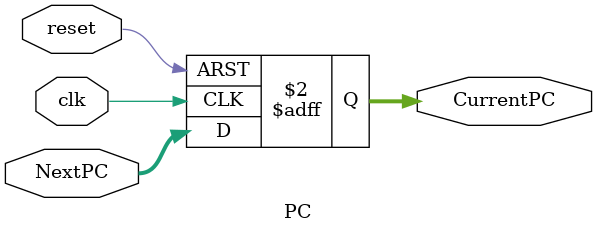
<source format=v>
module PC(
    input clk,
    input reset,
    input [31:0] NextPC,
    output reg [31:0] CurrentPC
);

    always @(posedge clk or posedge reset) begin
        if (reset)
            CurrentPC <= 32'hFFFFFFFC;
        else
            CurrentPC <= NextPC;
    end

endmodule
</source>
